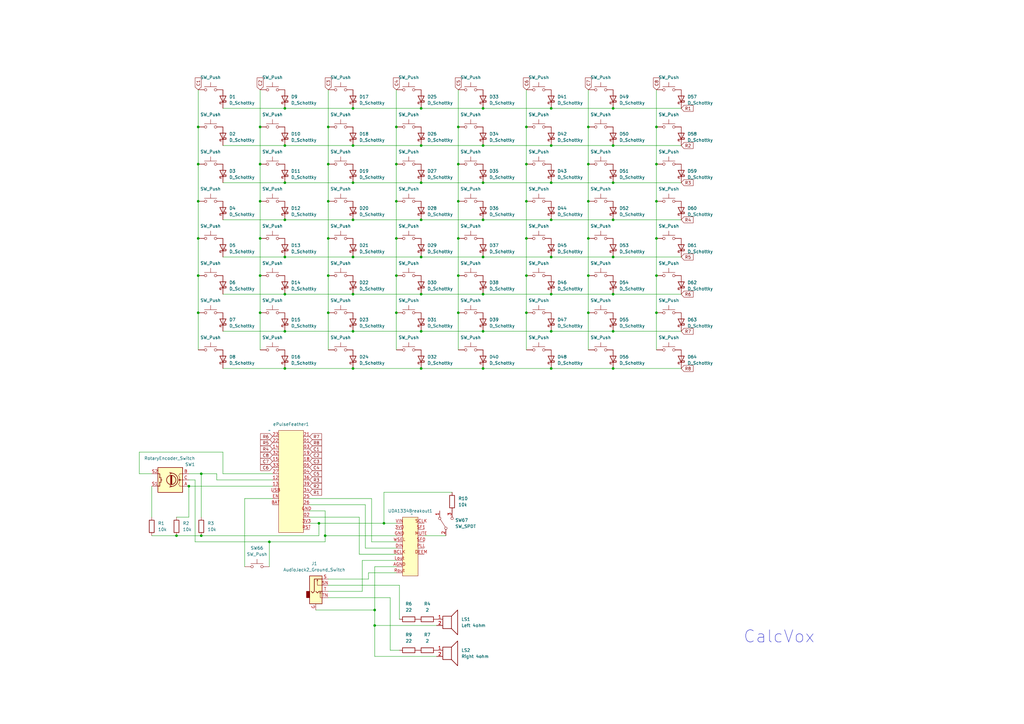
<source format=kicad_sch>
(kicad_sch (version 20230121) (generator eeschema)
  (paper "A3")
  (junction (at 130.81 214.63))
  (junction (at 106.68 82.55))
  (junction (at 162.56 128.27))
  (junction (at 81.28 113.03))
  (junction (at 162.56 97.79))
  (junction (at 116.84 74.93))
  (junction (at 116.84 151.13))
  (junction (at 116.84 90.17))
  (junction (at 215.9 52.07))
  (junction (at 81.28 67.31))
  (junction (at 226.06 151.13))
  (junction (at 215.9 113.03))
  (junction (at 226.06 44.45))
  (junction (at 187.96 67.31))
  (junction (at 144.78 74.93))
  (junction (at 134.62 113.03))
  (junction (at 172.72 120.65))
  (junction (at 251.46 151.13))
  (junction (at 215.9 128.27))
  (junction (at 198.12 44.45))
  (junction (at 226.06 105.41))
  (junction (at 198.12 74.93))
  (junction (at 134.62 82.55))
  (junction (at 241.3 97.79))
  (junction (at 172.72 90.17))
  (junction (at 226.06 59.69))
  (junction (at 81.28 82.55))
  (junction (at 172.72 44.45))
  (junction (at 251.46 105.41))
  (junction (at 110.49 222.25))
  (junction (at 241.3 52.07))
  (junction (at 226.06 135.89))
  (junction (at 106.68 97.79))
  (junction (at 162.56 67.31))
  (junction (at 215.9 97.79))
  (junction (at 198.12 59.69))
  (junction (at 162.56 52.07))
  (junction (at 162.56 82.55))
  (junction (at 153.67 250.19))
  (junction (at 81.28 128.27))
  (junction (at 172.72 74.93))
  (junction (at 144.78 59.69))
  (junction (at 81.28 52.07))
  (junction (at 116.84 105.41))
  (junction (at 198.12 120.65))
  (junction (at 251.46 44.45))
  (junction (at 269.24 128.27))
  (junction (at 172.72 105.41))
  (junction (at 77.47 199.39))
  (junction (at 116.84 44.45))
  (junction (at 144.78 105.41))
  (junction (at 116.84 59.69))
  (junction (at 241.3 128.27))
  (junction (at 172.72 59.69))
  (junction (at 157.48 214.63))
  (junction (at 172.72 135.89))
  (junction (at 144.78 135.89))
  (junction (at 82.55 219.71))
  (junction (at 251.46 90.17))
  (junction (at 153.67 256.54))
  (junction (at 116.84 120.65))
  (junction (at 134.62 52.07))
  (junction (at 198.12 105.41))
  (junction (at 144.78 44.45))
  (junction (at 72.39 219.71))
  (junction (at 269.24 52.07))
  (junction (at 187.96 97.79))
  (junction (at 226.06 90.17))
  (junction (at 172.72 151.13))
  (junction (at 144.78 90.17))
  (junction (at 251.46 74.93))
  (junction (at 162.56 113.03))
  (junction (at 269.24 113.03))
  (junction (at 251.46 135.89))
  (junction (at 198.12 90.17))
  (junction (at 144.78 151.13))
  (junction (at 134.62 128.27))
  (junction (at 106.68 67.31))
  (junction (at 187.96 128.27))
  (junction (at 144.78 120.65))
  (junction (at 226.06 120.65))
  (junction (at 251.46 59.69))
  (junction (at 187.96 52.07))
  (junction (at 198.12 151.13))
  (junction (at 106.68 128.27))
  (junction (at 269.24 67.31))
  (junction (at 116.84 135.89))
  (junction (at 187.96 113.03))
  (junction (at 82.55 194.31))
  (junction (at 251.46 120.65))
  (junction (at 106.68 52.07))
  (junction (at 81.28 97.79))
  (junction (at 241.3 113.03))
  (junction (at 215.9 67.31))
  (junction (at 241.3 82.55))
  (junction (at 215.9 82.55))
  (junction (at 198.12 135.89))
  (junction (at 134.62 97.79))
  (junction (at 269.24 82.55))
  (junction (at 133.35 219.71))
  (junction (at 269.24 97.79))
  (junction (at 226.06 74.93))
  (junction (at 187.96 82.55))
  (junction (at 134.62 67.31))
  (junction (at 241.3 67.31))
  (junction (at 106.68 113.03))
  (wire (pts (xy 241.3 97.79) (xy 241.3 113.03)))
  (wire (pts (xy 127 209.55) (xy 133.35 209.55)))
  (wire (pts (xy 116.84 59.69) (xy 144.78 59.69)))
  (wire (pts (xy 241.3 67.31) (xy 241.3 82.55)))
  (wire (pts (xy 127 212.09) (xy 147.32 212.09)))
  (wire (pts (xy 91.44 185.42) (xy 91.44 194.31)))
  (wire (pts (xy 134.62 113.03) (xy 134.62 128.27)))
  (wire (pts (xy 130.81 214.63) (xy 157.48 214.63)))
  (wire (pts (xy 172.72 44.45) (xy 198.12 44.45)))
  (wire (pts (xy 110.49 222.25) (xy 80.01 222.25)))
  (wire (pts (xy 127 207.01) (xy 149.86 207.01)))
  (wire (pts (xy 215.9 52.07) (xy 215.9 67.31)))
  (wire (pts (xy 134.62 82.55) (xy 134.62 97.79)))
  (wire (pts (xy 106.68 82.55) (xy 106.68 97.79)))
  (wire (pts (xy 215.9 113.03) (xy 215.9 128.27)))
  (wire (pts (xy 116.84 135.89) (xy 144.78 135.89)))
  (wire (pts (xy 133.35 219.71) (xy 133.35 222.25)))
  (wire (pts (xy 162.56 232.41) (xy 153.67 232.41)))
  (wire (pts (xy 251.46 44.45) (xy 279.4 44.45)))
  (wire (pts (xy 172.72 135.89) (xy 198.12 135.89)))
  (wire (pts (xy 215.9 36.83) (xy 215.9 52.07)))
  (wire (pts (xy 91.44 74.93) (xy 116.84 74.93)))
  (wire (pts (xy 198.12 74.93) (xy 226.06 74.93)))
  (wire (pts (xy 226.06 90.17) (xy 251.46 90.17)))
  (wire (pts (xy 106.68 52.07) (xy 106.68 67.31)))
  (wire (pts (xy 110.49 222.25) (xy 110.49 232.41)))
  (wire (pts (xy 187.96 67.31) (xy 187.96 82.55)))
  (wire (pts (xy 226.06 59.69) (xy 251.46 59.69)))
  (wire (pts (xy 81.28 113.03) (xy 81.28 128.27)))
  (wire (pts (xy 144.78 105.41) (xy 172.72 105.41)))
  (wire (pts (xy 88.9 196.85) (xy 111.76 196.85)))
  (wire (pts (xy 162.56 97.79) (xy 162.56 113.03)))
  (wire (pts (xy 179.07 256.54) (xy 153.67 256.54)))
  (wire (pts (xy 215.9 67.31) (xy 215.9 82.55)))
  (wire (pts (xy 215.9 97.79) (xy 215.9 113.03)))
  (wire (pts (xy 226.06 44.45) (xy 251.46 44.45)))
  (wire (pts (xy 130.81 214.63) (xy 130.81 219.71)))
  (wire (pts (xy 241.3 128.27) (xy 241.3 143.51)))
  (wire (pts (xy 134.62 128.27) (xy 134.62 143.51)))
  (wire (pts (xy 106.68 128.27) (xy 106.68 143.51)))
  (wire (pts (xy 226.06 74.93) (xy 251.46 74.93)))
  (wire (pts (xy 162.56 227.33) (xy 147.32 227.33)))
  (wire (pts (xy 162.56 82.55) (xy 162.56 97.79)))
  (wire (pts (xy 162.56 229.87) (xy 148.59 229.87)))
  (wire (pts (xy 241.3 52.07) (xy 241.3 67.31)))
  (wire (pts (xy 57.15 194.31) (xy 57.15 185.42)))
  (wire (pts (xy 269.24 128.27) (xy 269.24 143.51)))
  (wire (pts (xy 185.42 201.93) (xy 157.48 201.93)))
  (wire (pts (xy 251.46 105.41) (xy 279.4 105.41)))
  (wire (pts (xy 149.86 224.79) (xy 149.86 207.01)))
  (wire (pts (xy 269.24 67.31) (xy 269.24 82.55)))
  (wire (pts (xy 157.48 214.63) (xy 162.56 214.63)))
  (wire (pts (xy 198.12 120.65) (xy 226.06 120.65)))
  (wire (pts (xy 133.35 209.55) (xy 133.35 219.71)))
  (wire (pts (xy 77.47 199.39) (xy 111.76 199.39)))
  (wire (pts (xy 163.83 254) (xy 163.83 240.03)))
  (wire (pts (xy 91.44 135.89) (xy 116.84 135.89)))
  (wire (pts (xy 91.44 151.13) (xy 116.84 151.13)))
  (wire (pts (xy 269.24 97.79) (xy 269.24 113.03)))
  (wire (pts (xy 153.67 232.41) (xy 153.67 250.19)))
  (wire (pts (xy 162.56 224.79) (xy 149.86 224.79)))
  (wire (pts (xy 82.55 194.31) (xy 82.55 212.09)))
  (wire (pts (xy 269.24 113.03) (xy 269.24 128.27)))
  (wire (pts (xy 162.56 234.95) (xy 151.13 234.95)))
  (wire (pts (xy 157.48 201.93) (xy 157.48 214.63)))
  (wire (pts (xy 134.62 36.83) (xy 134.62 52.07)))
  (wire (pts (xy 81.28 52.07) (xy 81.28 67.31)))
  (wire (pts (xy 91.44 59.69) (xy 116.84 59.69)))
  (wire (pts (xy 134.62 52.07) (xy 134.62 67.31)))
  (wire (pts (xy 77.47 212.09) (xy 77.47 199.39)))
  (wire (pts (xy 148.59 229.87) (xy 148.59 242.57)))
  (wire (pts (xy 147.32 227.33) (xy 147.32 212.09)))
  (wire (pts (xy 162.56 52.07) (xy 162.56 67.31)))
  (wire (pts (xy 106.68 113.03) (xy 106.68 128.27)))
  (wire (pts (xy 241.3 36.83) (xy 241.3 52.07)))
  (wire (pts (xy 198.12 105.41) (xy 226.06 105.41)))
  (wire (pts (xy 162.56 67.31) (xy 162.56 82.55)))
  (wire (pts (xy 187.96 52.07) (xy 187.96 67.31)))
  (wire (pts (xy 172.72 90.17) (xy 198.12 90.17)))
  (wire (pts (xy 173.99 219.71) (xy 182.88 219.71)))
  (wire (pts (xy 127 214.63) (xy 130.81 214.63)))
  (wire (pts (xy 81.28 67.31) (xy 81.28 82.55)))
  (wire (pts (xy 153.67 269.24) (xy 153.67 256.54)))
  (wire (pts (xy 148.59 242.57) (xy 134.62 242.57)))
  (wire (pts (xy 187.96 36.83) (xy 187.96 52.07)))
  (wire (pts (xy 172.72 59.69) (xy 198.12 59.69)))
  (wire (pts (xy 62.23 194.31) (xy 57.15 194.31)))
  (wire (pts (xy 106.68 36.83) (xy 106.68 52.07)))
  (wire (pts (xy 152.4 204.47) (xy 127 204.47)))
  (wire (pts (xy 91.44 44.45) (xy 116.84 44.45)))
  (wire (pts (xy 106.68 67.31) (xy 106.68 82.55)))
  (wire (pts (xy 251.46 90.17) (xy 279.4 90.17)))
  (wire (pts (xy 198.12 90.17) (xy 226.06 90.17)))
  (wire (pts (xy 163.83 266.7) (xy 160.02 266.7)))
  (wire (pts (xy 106.68 97.79) (xy 106.68 113.03)))
  (wire (pts (xy 111.76 204.47) (xy 100.33 204.47)))
  (wire (pts (xy 57.15 185.42) (xy 91.44 185.42)))
  (wire (pts (xy 160.02 266.7) (xy 160.02 245.11)))
  (wire (pts (xy 116.84 74.93) (xy 144.78 74.93)))
  (wire (pts (xy 133.35 219.71) (xy 162.56 219.71)))
  (wire (pts (xy 226.06 105.41) (xy 251.46 105.41)))
  (wire (pts (xy 251.46 59.69) (xy 279.4 59.69)))
  (wire (pts (xy 172.72 105.41) (xy 198.12 105.41)))
  (wire (pts (xy 226.06 151.13) (xy 251.46 151.13)))
  (wire (pts (xy 269.24 82.55) (xy 269.24 97.79)))
  (wire (pts (xy 198.12 151.13) (xy 226.06 151.13)))
  (wire (pts (xy 144.78 120.65) (xy 172.72 120.65)))
  (wire (pts (xy 226.06 135.89) (xy 251.46 135.89)))
  (wire (pts (xy 226.06 120.65) (xy 251.46 120.65)))
  (wire (pts (xy 144.78 59.69) (xy 172.72 59.69)))
  (wire (pts (xy 160.02 245.11) (xy 134.62 245.11)))
  (wire (pts (xy 91.44 105.41) (xy 116.84 105.41)))
  (wire (pts (xy 172.72 120.65) (xy 198.12 120.65)))
  (wire (pts (xy 91.44 194.31) (xy 111.76 194.31)))
  (wire (pts (xy 198.12 135.89) (xy 226.06 135.89)))
  (wire (pts (xy 100.33 204.47) (xy 100.33 232.41)))
  (wire (pts (xy 153.67 250.19) (xy 129.54 250.19)))
  (wire (pts (xy 134.62 97.79) (xy 134.62 113.03)))
  (wire (pts (xy 88.9 194.31) (xy 88.9 196.85)))
  (wire (pts (xy 116.84 105.41) (xy 144.78 105.41)))
  (wire (pts (xy 251.46 74.93) (xy 279.4 74.93)))
  (wire (pts (xy 72.39 212.09) (xy 77.47 212.09)))
  (wire (pts (xy 163.83 240.03) (xy 134.62 240.03)))
  (wire (pts (xy 251.46 120.65) (xy 279.4 120.65)))
  (wire (pts (xy 81.28 82.55) (xy 81.28 97.79)))
  (wire (pts (xy 116.84 90.17) (xy 144.78 90.17)))
  (wire (pts (xy 72.39 219.71) (xy 82.55 219.71)))
  (wire (pts (xy 116.84 44.45) (xy 144.78 44.45)))
  (wire (pts (xy 241.3 82.55) (xy 241.3 97.79)))
  (wire (pts (xy 151.13 237.49) (xy 134.62 237.49)))
  (wire (pts (xy 151.13 234.95) (xy 151.13 237.49)))
  (wire (pts (xy 251.46 151.13) (xy 279.4 151.13)))
  (wire (pts (xy 187.96 97.79) (xy 187.96 113.03)))
  (wire (pts (xy 179.07 269.24) (xy 153.67 269.24)))
  (wire (pts (xy 116.84 151.13) (xy 144.78 151.13)))
  (wire (pts (xy 162.56 113.03) (xy 162.56 128.27)))
  (wire (pts (xy 82.55 194.31) (xy 88.9 194.31)))
  (wire (pts (xy 81.28 36.83) (xy 81.28 52.07)))
  (wire (pts (xy 153.67 250.19) (xy 153.67 256.54)))
  (wire (pts (xy 198.12 44.45) (xy 226.06 44.45)))
  (wire (pts (xy 187.96 113.03) (xy 187.96 128.27)))
  (wire (pts (xy 172.72 151.13) (xy 198.12 151.13)))
  (wire (pts (xy 134.62 67.31) (xy 134.62 82.55)))
  (wire (pts (xy 162.56 222.25) (xy 152.4 222.25)))
  (wire (pts (xy 215.9 128.27) (xy 215.9 143.51)))
  (wire (pts (xy 198.12 59.69) (xy 226.06 59.69)))
  (wire (pts (xy 80.01 196.85) (xy 77.47 196.85)))
  (wire (pts (xy 91.44 120.65) (xy 116.84 120.65)))
  (wire (pts (xy 144.78 74.93) (xy 172.72 74.93)))
  (wire (pts (xy 62.23 219.71) (xy 72.39 219.71)))
  (wire (pts (xy 241.3 113.03) (xy 241.3 128.27)))
  (wire (pts (xy 187.96 128.27) (xy 187.96 143.51)))
  (wire (pts (xy 144.78 44.45) (xy 172.72 44.45)))
  (wire (pts (xy 91.44 90.17) (xy 116.84 90.17)))
  (wire (pts (xy 77.47 194.31) (xy 82.55 194.31)))
  (wire (pts (xy 269.24 36.83) (xy 269.24 52.07)))
  (wire (pts (xy 133.35 222.25) (xy 110.49 222.25)))
  (wire (pts (xy 187.96 82.55) (xy 187.96 97.79)))
  (wire (pts (xy 144.78 151.13) (xy 172.72 151.13)))
  (wire (pts (xy 251.46 135.89) (xy 279.4 135.89)))
  (wire (pts (xy 144.78 135.89) (xy 172.72 135.89)))
  (wire (pts (xy 269.24 52.07) (xy 269.24 67.31)))
  (wire (pts (xy 144.78 90.17) (xy 172.72 90.17)))
  (wire (pts (xy 80.01 222.25) (xy 80.01 196.85)))
  (wire (pts (xy 162.56 128.27) (xy 162.56 143.51)))
  (wire (pts (xy 162.56 36.83) (xy 162.56 52.07)))
  (wire (pts (xy 130.81 219.71) (xy 82.55 219.71)))
  (wire (pts (xy 172.72 74.93) (xy 198.12 74.93)))
  (wire (pts (xy 116.84 120.65) (xy 144.78 120.65)))
  (wire (pts (xy 152.4 222.25) (xy 152.4 204.47)))
  (wire (pts (xy 81.28 128.27) (xy 81.28 143.51)))
  (wire (pts (xy 215.9 82.55) (xy 215.9 97.79)))
  (wire (pts (xy 81.28 97.79) (xy 81.28 113.03)))
  (wire (pts (xy 62.23 199.39) (xy 62.23 212.09)))
  (text "CalcVox" (at 304.8 264.16 0) (effects (font (size 5 5)) (justify left bottom)))
  (global_label "C8" (shape input) (at 269.24 36.83 90) (property "Intersheetrefs" "${INTERSHEET_REFS}" (effects hide)))
  (global_label "R4" (shape input) (at 111.76 184.15 180) (property "Intersheetrefs" "${INTERSHEET_REFS}" (effects hide)))
  (global_label "R2" (shape input) (at 127 199.39 0) (property "Intersheetrefs" "${INTERSHEET_REFS}" (effects hide)))
  (global_label "C2" (shape input) (at 127 186.69 0) (property "Intersheetrefs" "${INTERSHEET_REFS}" (effects hide)))
  (global_label "R7" (shape input) (at 127 179.07 0) (property "Intersheetrefs" "${INTERSHEET_REFS}" (effects hide)))
  (global_label "C7" (shape input) (at 241.3 36.83 90) (property "Intersheetrefs" "${INTERSHEET_REFS}" (effects hide)))
  (global_label "R7" (shape input) (at 279.4 135.89 0) (property "Intersheetrefs" "${INTERSHEET_REFS}" (effects hide)))
  (global_label "R5" (shape input) (at 111.76 181.61 180) (property "Intersheetrefs" "${INTERSHEET_REFS}" (effects hide)))
  (global_label "R3" (shape input) (at 279.4 74.93 0) (property "Intersheetrefs" "${INTERSHEET_REFS}" (effects hide)))
  (global_label "R1" (shape input) (at 279.4 44.45 0) (property "Intersheetrefs" "${INTERSHEET_REFS}" (effects hide)))
  (global_label "C3" (shape input) (at 134.62 36.83 90) (property "Intersheetrefs" "${INTERSHEET_REFS}" (effects hide)))
  (global_label "C4" (shape input) (at 162.56 36.83 90) (property "Intersheetrefs" "${INTERSHEET_REFS}" (effects hide)))
  (global_label "C5" (shape input) (at 127 194.31 0) (property "Intersheetrefs" "${INTERSHEET_REFS}" (effects hide)))
  (global_label "C6" (shape input) (at 111.76 191.77 180) (property "Intersheetrefs" "${INTERSHEET_REFS}" (effects hide)))
  (global_label "C8" (shape input) (at 111.76 186.69 180) (property "Intersheetrefs" "${INTERSHEET_REFS}" (effects hide)))
  (global_label "C6" (shape input) (at 215.9 36.83 90) (property "Intersheetrefs" "${INTERSHEET_REFS}" (effects hide)))
  (global_label "R1" (shape input) (at 127 201.93 0) (property "Intersheetrefs" "${INTERSHEET_REFS}" (effects hide)))
  (global_label "C5" (shape input) (at 187.96 36.83 90) (property "Intersheetrefs" "${INTERSHEET_REFS}" (effects hide)))
  (global_label "R2" (shape input) (at 279.4 59.69 0) (property "Intersheetrefs" "${INTERSHEET_REFS}" (effects hide)))
  (global_label "C2" (shape input) (at 106.68 36.83 90) (property "Intersheetrefs" "${INTERSHEET_REFS}" (effects hide)))
  (global_label "C4" (shape input) (at 127 191.77 0) (property "Intersheetrefs" "${INTERSHEET_REFS}" (effects hide)))
  (global_label "R4" (shape input) (at 279.4 90.17 0) (property "Intersheetrefs" "${INTERSHEET_REFS}" (effects hide)))
  (global_label "R6" (shape input) (at 111.76 179.07 180) (property "Intersheetrefs" "${INTERSHEET_REFS}" (effects hide)))
  (global_label "R3" (shape input) (at 127 196.85 0) (property "Intersheetrefs" "${INTERSHEET_REFS}" (effects hide)))
  (global_label "C1" (shape input) (at 81.28 36.83 90) (property "Intersheetrefs" "${INTERSHEET_REFS}" (effects hide)))
  (global_label "R8" (shape input) (at 279.4 151.13 0) (property "Intersheetrefs" "${INTERSHEET_REFS}" (effects hide)))
  (global_label "C7" (shape input) (at 111.76 189.23 180) (property "Intersheetrefs" "${INTERSHEET_REFS}" (effects hide)))
  (global_label "R6" (shape input) (at 279.4 120.65 0) (property "Intersheetrefs" "${INTERSHEET_REFS}" (effects hide)))
  (global_label "C3" (shape input) (at 127 189.23 0) (property "Intersheetrefs" "${INTERSHEET_REFS}" (effects hide)))
  (global_label "R8" (shape input) (at 127 181.61 0) (property "Intersheetrefs" "${INTERSHEET_REFS}" (effects hide)))
  (global_label "C1" (shape input) (at 127 184.15 0) (property "Intersheetrefs" "${INTERSHEET_REFS}" (effects hide)))
  (global_label "R5" (shape input) (at 279.4 105.41 0) (property "Intersheetrefs" "${INTERSHEET_REFS}" (effects hide)))
  (symbol (lib_id "Switch:SW_Push") (at 167.64 52.07 0) (unit 1)
    (property "Reference" "SW27" (effects hide))
    (property "Value" "SW_Push" (at 167.64 46.99 0))
    (property "Footprint" "Button_Switch_THT:SW_PUSH_6mm_H8.5mm" (effects hide))
  )
  (symbol (lib_id "Device:D_Schottky") (at 172.72 86.36 90) (unit 1)
    (property "Reference" "D28" (at 175.26 85.4075 90) (effects (justify right)))
    (property "Value" "D_Schottky" (at 175.26 87.9475 90) (effects (justify right)))
    (property "Footprint" "Diode_THT:D_A-405_P12.70mm_Horizontal" (effects hide))
  )
  (symbol (lib_id "Switch:SW_Push") (at 105.41 232.41 0) (unit 1)
    (property "Reference" "SW66" (at 105.41 224.79 0))
    (property "Value" "SW_Push" (at 105.41 227.33 0))
    (property "Footprint" "Button_Switch_THT:SW_PUSH_6mm_H8.5mm" (effects hide))
  )
  (symbol (lib_id "Device:D_Schottky") (at 172.72 132.08 90) (unit 1)
    (property "Reference" "D31" (at 175.26 131.1275 90) (effects (justify right)))
    (property "Value" "D_Schottky" (at 175.26 133.6675 90) (effects (justify right)))
    (property "Footprint" "Diode_THT:D_A-405_P12.70mm_Horizontal" (effects hide))
  )
  (symbol (lib_id "Device:R") (at 62.23 215.9 0) (unit 1)
    (property "Reference" "R1" (at 64.77 214.63 0) (effects (justify left)))
    (property "Value" "10k" (at 64.77 217.17 0) (effects (justify left)))
    (property "Footprint" "Resistor_THT:R_Axial_DIN0207_L6.3mm_D2.5mm_P7.62mm_Horizontal" (effects hide))
  )
  (symbol (lib_id "Device:D_Schottky") (at 116.84 101.6 90) (unit 1)
    (property "Reference" "D13" (at 119.38 100.6475 90) (effects (justify right)))
    (property "Value" "D_Schottky" (at 119.38 103.1875 90) (effects (justify right)))
    (property "Footprint" "Diode_THT:D_A-405_P12.70mm_Horizontal" (effects hide))
  )
  (symbol (lib_id "Device:D_Schottky") (at 226.06 147.32 90) (unit 1)
    (property "Reference" "D48" (at 228.6 146.3675 90) (effects (justify right)))
    (property "Value" "D_Schottky" (at 228.6 148.9075 90) (effects (justify right)))
    (property "Footprint" "Diode_THT:D_A-405_P12.70mm_Horizontal" (effects hide))
  )
  (symbol (lib_id "Device:D_Schottky") (at 91.44 55.88 90) (unit 1)
    (property "Reference" "D2" (at 93.98 54.9275 90) (effects (justify right)))
    (property "Value" "D_Schottky" (at 93.98 57.4675 90) (effects (justify right)))
    (property "Footprint" "Diode_THT:D_A-405_P12.70mm_Horizontal" (effects hide))
  )
  (symbol (lib_id "Device:D_Schottky") (at 226.06 40.64 90) (unit 1)
    (property "Reference" "D41" (at 228.6 39.6875 90) (effects (justify right)))
    (property "Value" "D_Schottky" (at 228.6 42.2275 90) (effects (justify right)))
    (property "Footprint" "Diode_THT:D_A-405_P12.70mm_Horizontal" (effects hide))
  )
  (symbol (lib_id "Device:D_Schottky") (at 198.12 147.32 90) (unit 1)
    (property "Reference" "D40" (at 200.66 146.3675 90) (effects (justify right)))
    (property "Value" "D_Schottky" (at 200.66 148.9075 90) (effects (justify right)))
    (property "Footprint" "Diode_THT:D_A-405_P12.70mm_Horizontal" (effects hide))
  )
  (symbol (lib_id "Switch:SW_Push") (at 86.36 36.83 0) (unit 1)
    (property "Reference" "SW2" (effects hide))
    (property "Value" "SW_Push" (at 86.36 31.75 0))
    (property "Footprint" "Button_Switch_THT:SW_PUSH_6mm_H8.5mm" (effects hide))
  )
  (symbol (lib_id "Device:D_Schottky") (at 251.46 86.36 90) (unit 1)
    (property "Reference" "D52" (at 254 85.4075 90) (effects (justify right)))
    (property "Value" "D_Schottky" (at 254 87.9475 90) (effects (justify right)))
    (property "Footprint" "Diode_THT:D_A-405_P12.70mm_Horizontal" (effects hide))
  )
  (symbol (lib_id "Device:D_Schottky") (at 279.4 55.88 90) (unit 1)
    (property "Reference" "D58" (at 281.94 54.9275 90) (effects (justify right)))
    (property "Value" "D_Schottky" (at 281.94 57.4675 90) (effects (justify right)))
    (property "Footprint" "Diode_THT:D_A-405_P12.70mm_Horizontal" (effects hide))
  )
  (symbol (lib_id "Device:Speaker") (at 184.15 266.7 0) (unit 1)
    (property "Reference" "LS2" (at 189.23 266.7 0) (effects (justify left)))
    (property "Value" "Right 4ohm" (at 189.23 269.24 0) (effects (justify left)))
    (property "Footprint" "epulsefeather:speaker mount" (effects hide))
  )
  (symbol (lib_id "Device:D_Schottky") (at 91.44 101.6 90) (unit 1)
    (property "Reference" "D5" (at 93.98 100.6475 90) (effects (justify right)))
    (property "Value" "D_Schottky" (at 93.98 103.1875 90) (effects (justify right)))
    (property "Footprint" "Diode_THT:D_A-405_P12.70mm_Horizontal" (effects hide))
  )
  (symbol (lib_id "Switch:SW_Push") (at 167.64 128.27 0) (unit 1)
    (property "Reference" "SW32" (effects hide))
    (property "Value" "SW_Push" (at 167.64 123.19 0))
    (property "Footprint" "Button_Switch_THT:SW_PUSH_6mm_H8.5mm" (effects hide))
  )
  (symbol (lib_id "Device:Speaker") (at 184.15 254 0) (unit 1)
    (property "Reference" "LS1" (at 189.23 254 0) (effects (justify left)))
    (property "Value" "Left 4ohm" (at 189.23 256.54 0) (effects (justify left)))
    (property "Footprint" "epulsefeather:speaker mount" (effects hide))
  )
  (symbol (lib_id "Switch:SW_Push") (at 274.32 97.79 0) (unit 1)
    (property "Reference" "SW62" (effects hide))
    (property "Value" "SW_Push" (at 274.32 92.71 0))
    (property "Footprint" "Button_Switch_THT:SW_PUSH_6mm_H8.5mm" (effects hide))
  )
  (symbol (lib_id "Switch:SW_Push") (at 86.36 128.27 0) (unit 1)
    (property "Reference" "SW8" (effects hide))
    (property "Value" "SW_Push" (at 86.36 123.19 0))
    (property "Footprint" "Button_Switch_THT:SW_PUSH_6mm_H8.5mm" (effects hide))
  )
  (symbol (lib_id "Device:D_Schottky") (at 116.84 132.08 90) (unit 1)
    (property "Reference" "D15" (at 119.38 131.1275 90) (effects (justify right)))
    (property "Value" "D_Schottky" (at 119.38 133.6675 90) (effects (justify right)))
    (property "Footprint" "Diode_THT:D_A-405_P12.70mm_Horizontal" (effects hide))
  )
  (symbol (lib_id "Switch:SW_Push") (at 111.76 128.27 0) (unit 1)
    (property "Reference" "SW16" (effects hide))
    (property "Value" "SW_Push" (at 111.76 123.19 0))
    (property "Footprint" "Button_Switch_THT:SW_PUSH_6mm_H8.5mm" (effects hide))
  )
  (symbol (lib_id "Device:D_Schottky") (at 116.84 71.12 90) (unit 1)
    (property "Reference" "D11" (at 119.38 70.1675 90) (effects (justify right)))
    (property "Value" "D_Schottky" (at 119.38 72.7075 90) (effects (justify right)))
    (property "Footprint" "Diode_THT:D_A-405_P12.70mm_Horizontal" (effects hide))
  )
  (symbol (lib_id "Device:D_Schottky") (at 172.72 116.84 90) (unit 1)
    (property "Reference" "D30" (at 175.26 115.8875 90) (effects (justify right)))
    (property "Value" "D_Schottky" (at 175.26 118.4275 90) (effects (justify right)))
    (property "Footprint" "Diode_THT:D_A-405_P12.70mm_Horizontal" (effects hide))
  )
  (symbol (lib_id "Device:D_Schottky") (at 279.4 86.36 90) (unit 1)
    (property "Reference" "D60" (at 281.94 85.4075 90) (effects (justify right)))
    (property "Value" "D_Schottky" (at 281.94 87.9475 90) (effects (justify right)))
    (property "Footprint" "Diode_THT:D_A-405_P12.70mm_Horizontal" (effects hide))
  )
  (symbol (lib_id "Device:D_Schottky") (at 144.78 86.36 90) (unit 1)
    (property "Reference" "D20" (at 147.32 85.4075 90) (effects (justify right)))
    (property "Value" "D_Schottky" (at 147.32 87.9475 90) (effects (justify right)))
    (property "Footprint" "Diode_THT:D_A-405_P12.70mm_Horizontal" (effects hide))
  )
  (symbol (lib_id "Device:D_Schottky") (at 279.4 132.08 90) (unit 1)
    (property "Reference" "D63" (at 281.94 131.1275 90) (effects (justify right)))
    (property "Value" "D_Schottky" (at 281.94 133.6675 90) (effects (justify right)))
    (property "Footprint" "Diode_THT:D_A-405_P12.70mm_Horizontal" (effects hide))
  )
  (symbol (lib_id "Switch:SW_Push") (at 167.64 97.79 0) (unit 1)
    (property "Reference" "SW30" (effects hide))
    (property "Value" "SW_Push" (at 167.64 92.71 0))
    (property "Footprint" "Button_Switch_THT:SW_PUSH_6mm_H8.5mm" (effects hide))
  )
  (symbol (lib_id "Switch:SW_Push") (at 111.76 67.31 0) (unit 1)
    (property "Reference" "SW12" (effects hide))
    (property "Value" "SW_Push" (at 111.76 62.23 0))
    (property "Footprint" "Button_Switch_THT:SW_PUSH_6mm_H8.5mm" (effects hide))
  )
  (symbol (lib_id "Device:D_Schottky") (at 251.46 147.32 90) (unit 1)
    (property "Reference" "D56" (at 254 146.3675 90) (effects (justify right)))
    (property "Value" "D_Schottky" (at 254 148.9075 90) (effects (justify right)))
    (property "Footprint" "Diode_THT:D_A-405_P12.70mm_Horizontal" (effects hide))
  )
  (symbol (lib_id "Device:D_Schottky") (at 279.4 116.84 90) (unit 1)
    (property "Reference" "D62" (at 281.94 115.8875 90) (effects (justify right)))
    (property "Value" "D_Schottky" (at 281.94 118.4275 90) (effects (justify right)))
    (property "Footprint" "Diode_THT:D_A-405_P12.70mm_Horizontal" (effects hide))
  )
  (symbol (lib_id "Switch:SW_Push") (at 274.32 128.27 0) (unit 1)
    (property "Reference" "SW64" (effects hide))
    (property "Value" "SW_Push" (at 274.32 123.19 0))
    (property "Footprint" "Button_Switch_THT:SW_PUSH_6mm_H8.5mm" (effects hide))
  )
  (symbol (lib_id "Switch:SW_Push") (at 193.04 82.55 0) (unit 1)
    (property "Reference" "SW37" (effects hide))
    (property "Value" "SW_Push" (at 193.04 77.47 0))
    (property "Footprint" "Button_Switch_THT:SW_PUSH_6mm_H8.5mm" (effects hide))
  )
  (symbol (lib_id "Switch:SW_Push") (at 167.64 82.55 0) (unit 1)
    (property "Reference" "SW29" (effects hide))
    (property "Value" "SW_Push" (at 167.64 77.47 0))
    (property "Footprint" "Button_Switch_THT:SW_PUSH_6mm_H8.5mm" (effects hide))
  )
  (symbol (lib_id "Switch:SW_Push") (at 274.32 52.07 0) (unit 1)
    (property "Reference" "SW59" (effects hide))
    (property "Value" "SW_Push" (at 274.32 46.99 0))
    (property "Footprint" "Button_Switch_THT:SW_PUSH_6mm_H8.5mm" (effects hide))
  )
  (symbol (lib_id "Switch:SW_Push") (at 139.7 143.51 0) (unit 1)
    (property "Reference" "SW25" (effects hide))
    (property "Value" "SW_Push" (at 139.7 138.43 0))
    (property "Footprint" "Button_Switch_THT:SW_PUSH_6mm_H8.5mm" (effects hide))
  )
  (symbol (lib_id "Device:D_Schottky") (at 251.46 132.08 90) (unit 1)
    (property "Reference" "D55" (at 254 131.1275 90) (effects (justify right)))
    (property "Value" "D_Schottky" (at 254 133.6675 90) (effects (justify right)))
    (property "Footprint" "Diode_THT:D_A-405_P12.70mm_Horizontal" (effects hide))
  )
  (symbol (lib_id "Switch:SW_Push") (at 246.38 97.79 0) (unit 1)
    (property "Reference" "SW54" (effects hide))
    (property "Value" "SW_Push" (at 246.38 92.71 0))
    (property "Footprint" "Button_Switch_THT:SW_PUSH_6mm_H8.5mm" (effects hide))
  )
  (symbol (lib_id "Device:D_Schottky") (at 116.84 40.64 90) (unit 1)
    (property "Reference" "D9" (at 119.38 39.6875 90) (effects (justify right)))
    (property "Value" "D_Schottky" (at 119.38 42.2275 90) (effects (justify right)))
    (property "Footprint" "Diode_THT:D_A-405_P12.70mm_Horizontal" (effects hide))
  )
  (symbol (lib_id "Switch:SW_Push") (at 274.32 143.51 0) (unit 1)
    (property "Reference" "SW65" (effects hide))
    (property "Value" "SW_Push" (at 274.32 138.43 0))
    (property "Footprint" "Button_Switch_THT:SW_PUSH_6mm_H8.5mm" (effects hide))
  )
  (symbol (lib_id "Device:D_Schottky") (at 116.84 55.88 90) (unit 1)
    (property "Reference" "D10" (at 119.38 54.9275 90) (effects (justify right)))
    (property "Value" "D_Schottky" (at 119.38 57.4675 90) (effects (justify right)))
    (property "Footprint" "Diode_THT:D_A-405_P12.70mm_Horizontal" (effects hide))
  )
  (symbol (lib_id "Switch:SW_Push") (at 246.38 128.27 0) (unit 1)
    (property "Reference" "SW56" (effects hide))
    (property "Value" "SW_Push" (at 246.38 123.19 0))
    (property "Footprint" "Button_Switch_THT:SW_PUSH_6mm_H8.5mm" (effects hide))
  )
  (symbol (lib_id "Switch:SW_Push") (at 86.36 52.07 0) (unit 1)
    (property "Reference" "SW3" (effects hide))
    (property "Value" "SW_Push" (at 86.36 46.99 0))
    (property "Footprint" "Button_Switch_THT:SW_PUSH_6mm_H8.5mm" (effects hide))
  )
  (symbol (lib_id "Switch:SW_Push") (at 193.04 52.07 0) (unit 1)
    (property "Reference" "SW35" (effects hide))
    (property "Value" "SW_Push" (at 193.04 46.99 0))
    (property "Footprint" "Button_Switch_THT:SW_PUSH_6mm_H8.5mm" (effects hide))
  )
  (symbol (lib_id "Device:R") (at 72.39 215.9 0) (unit 1)
    (property "Reference" "R2" (at 74.93 214.63 0) (effects (justify left)))
    (property "Value" "10k" (at 74.93 217.17 0) (effects (justify left)))
    (property "Footprint" "Resistor_THT:R_Axial_DIN0207_L6.3mm_D2.5mm_P7.62mm_Horizontal" (effects hide))
  )
  (symbol (lib_id "Device:D_Schottky") (at 91.44 132.08 90) (unit 1)
    (property "Reference" "D7" (at 93.98 131.1275 90) (effects (justify right)))
    (property "Value" "D_Schottky" (at 93.98 133.6675 90) (effects (justify right)))
    (property "Footprint" "Diode_THT:D_A-405_P12.70mm_Horizontal" (effects hide))
  )
  (symbol (lib_id "Device:D_Schottky") (at 251.46 40.64 90) (unit 1)
    (property "Reference" "D49" (at 254 39.6875 90) (effects (justify right)))
    (property "Value" "D_Schottky" (at 254 42.2275 90) (effects (justify right)))
    (property "Footprint" "Diode_THT:D_A-405_P12.70mm_Horizontal" (effects hide))
  )
  (symbol (lib_id "Device:D_Schottky") (at 226.06 86.36 90) (unit 1)
    (property "Reference" "D44" (at 228.6 85.4075 90) (effects (justify right)))
    (property "Value" "D_Schottky" (at 228.6 87.9475 90) (effects (justify right)))
    (property "Footprint" "Diode_THT:D_A-405_P12.70mm_Horizontal" (effects hide))
  )
  (symbol (lib_id "Switch:SW_Push") (at 86.36 97.79 0) (unit 1)
    (property "Reference" "SW6" (effects hide))
    (property "Value" "SW_Push" (at 86.36 92.71 0))
    (property "Footprint" "Button_Switch_THT:SW_PUSH_6mm_H8.5mm" (effects hide))
  )
  (symbol (lib_id "Switch:SW_Push") (at 86.36 67.31 0) (unit 1)
    (property "Reference" "SW4" (effects hide))
    (property "Value" "SW_Push" (at 86.36 62.23 0))
    (property "Footprint" "Button_Switch_THT:SW_PUSH_6mm_H8.5mm" (effects hide))
  )
  (symbol (lib_id "Switch:SW_Push") (at 167.64 36.83 0) (unit 1)
    (property "Reference" "SW26" (effects hide))
    (property "Value" "SW_Push" (at 167.64 31.75 0))
    (property "Footprint" "Button_Switch_THT:SW_PUSH_6mm_H8.5mm" (effects hide))
  )
  (symbol (lib_id "Switch:SW_Push") (at 193.04 128.27 0) (unit 1)
    (property "Reference" "SW40" (effects hide))
    (property "Value" "SW_Push" (at 193.04 123.19 0))
    (property "Footprint" "Button_Switch_THT:SW_PUSH_6mm_H8.5mm" (effects hide))
  )
  (symbol (lib_id "Switch:SW_Push") (at 111.76 143.51 0) (unit 1)
    (property "Reference" "SW17" (effects hide))
    (property "Value" "SW_Push" (at 111.76 138.43 0))
    (property "Footprint" "Button_Switch_THT:SW_PUSH_6mm_H8.5mm" (effects hide))
  )
  (symbol (lib_id "Device:D_Schottky") (at 226.06 101.6 90) (unit 1)
    (property "Reference" "D45" (at 228.6 100.6475 90) (effects (justify right)))
    (property "Value" "D_Schottky" (at 228.6 103.1875 90) (effects (justify right)))
    (property "Footprint" "Diode_THT:D_A-405_P12.70mm_Horizontal" (effects hide))
  )
  (symbol (lib_id "Device:D_Schottky") (at 144.78 132.08 90) (unit 1)
    (property "Reference" "D23" (at 147.32 131.1275 90) (effects (justify right)))
    (property "Value" "D_Schottky" (at 147.32 133.6675 90) (effects (justify right)))
    (property "Footprint" "Diode_THT:D_A-405_P12.70mm_Horizontal" (effects hide))
  )
  (symbol (lib_id "Device:D_Schottky") (at 144.78 147.32 90) (unit 1)
    (property "Reference" "D24" (at 147.32 146.3675 90) (effects (justify right)))
    (property "Value" "D_Schottky" (at 147.32 148.9075 90) (effects (justify right)))
    (property "Footprint" "Diode_THT:D_A-405_P12.70mm_Horizontal" (effects hide))
  )
  (symbol (lib_id "Switch:SW_Push") (at 167.64 143.51 0) (unit 1)
    (property "Reference" "SW33" (effects hide))
    (property "Value" "SW_Push" (at 167.64 138.43 0))
    (property "Footprint" "Button_Switch_THT:SW_PUSH_6mm_H8.5mm" (effects hide))
  )
  (symbol (lib_id "Switch:SW_Push") (at 139.7 82.55 0) (unit 1)
    (property "Reference" "SW21" (effects hide))
    (property "Value" "SW_Push" (at 139.7 77.47 0))
    (property "Footprint" "Button_Switch_THT:SW_PUSH_6mm_H8.5mm" (effects hide))
  )
  (symbol (lib_id "Device:D_Schottky") (at 144.78 71.12 90) (unit 1)
    (property "Reference" "D19" (at 147.32 70.1675 90) (effects (justify right)))
    (property "Value" "D_Schottky" (at 147.32 72.7075 90) (effects (justify right)))
    (property "Footprint" "Diode_THT:D_A-405_P12.70mm_Horizontal" (effects hide))
  )
  (symbol (lib_id "Device:D_Schottky") (at 144.78 55.88 90) (unit 1)
    (property "Reference" "D18" (at 147.32 54.9275 90) (effects (justify right)))
    (property "Value" "D_Schottky" (at 147.32 57.4675 90) (effects (justify right)))
    (property "Footprint" "Diode_THT:D_A-405_P12.70mm_Horizontal" (effects hide))
  )
  (symbol (lib_id "Device:D_Schottky") (at 279.4 147.32 90) (unit 1)
    (property "Reference" "D64" (at 281.94 146.3675 90) (effects (justify right)))
    (property "Value" "D_Schottky" (at 281.94 148.9075 90) (effects (justify right)))
    (property "Footprint" "Diode_THT:D_A-405_P12.70mm_Horizontal" (effects hide))
  )
  (symbol (lib_id "ePulse Feather:UDA1334_Breakout") (at 168.91 210.82 0) (unit 1)
    (property "Reference" "UDA1334Breakout1" (at 168.275 209.55 0))
    (property "Value" "~" (at 168.91 210.82 0))
    (property "Footprint" "epulsefeather:UDA1334 Breakout" (effects hide))
  )
  (symbol (lib_id "Switch:SW_Push") (at 139.7 52.07 0) (unit 1)
    (property "Reference" "SW19" (effects hide))
    (property "Value" "SW_Push" (at 139.7 46.99 0))
    (property "Footprint" "Button_Switch_THT:SW_PUSH_6mm_H8.5mm" (effects hide))
  )
  (symbol (lib_id "Device:D_Schottky") (at 251.46 71.12 90) (unit 1)
    (property "Reference" "D51" (at 254 70.1675 90) (effects (justify right)))
    (property "Value" "D_Schottky" (at 254 72.7075 90) (effects (justify right)))
    (property "Footprint" "Diode_THT:D_A-405_P12.70mm_Horizontal" (effects hide))
  )
  (symbol (lib_id "Switch:SW_Push") (at 167.64 113.03 0) (unit 1)
    (property "Reference" "SW31" (effects hide))
    (property "Value" "SW_Push" (at 167.64 107.95 0))
    (property "Footprint" "Button_Switch_THT:SW_PUSH_6mm_H8.5mm" (effects hide))
  )
  (symbol (lib_id "Switch:SW_Push") (at 220.98 97.79 0) (unit 1)
    (property "Reference" "SW46" (effects hide))
    (property "Value" "SW_Push" (at 220.98 92.71 0))
    (property "Footprint" "Button_Switch_THT:SW_PUSH_6mm_H8.5mm" (effects hide))
  )
  (symbol (lib_id "Switch:SW_Push") (at 111.76 97.79 0) (unit 1)
    (property "Reference" "SW14" (effects hide))
    (property "Value" "SW_Push" (at 111.76 92.71 0))
    (property "Footprint" "Button_Switch_THT:SW_PUSH_6mm_H8.5mm" (effects hide))
  )
  (symbol (lib_id "Switch:SW_Push") (at 167.64 67.31 0) (unit 1)
    (property "Reference" "SW28" (effects hide))
    (property "Value" "SW_Push" (at 167.64 62.23 0))
    (property "Footprint" "Button_Switch_THT:SW_PUSH_6mm_H8.5mm" (effects hide))
  )
  (symbol (lib_id "Device:D_Schottky") (at 198.12 101.6 90) (unit 1)
    (property "Reference" "D37" (at 200.66 100.6475 90) (effects (justify right)))
    (property "Value" "D_Schottky" (at 200.66 103.1875 90) (effects (justify right)))
    (property "Footprint" "Diode_THT:D_A-405_P12.70mm_Horizontal" (effects hide))
  )
  (symbol (lib_id "Switch:SW_Push") (at 246.38 36.83 0) (unit 1)
    (property "Reference" "SW50" (effects hide))
    (property "Value" "SW_Push" (at 246.38 31.75 0))
    (property "Footprint" "Button_Switch_THT:SW_PUSH_6mm_H8.5mm" (effects hide))
  )
  (symbol (lib_id "Device:D_Schottky") (at 198.12 116.84 90) (unit 1)
    (property "Reference" "D38" (at 200.66 115.8875 90) (effects (justify right)))
    (property "Value" "D_Schottky" (at 200.66 118.4275 90) (effects (justify right)))
    (property "Footprint" "Diode_THT:D_A-405_P12.70mm_Horizontal" (effects hide))
  )
  (symbol (lib_id "Switch:SW_Push") (at 193.04 113.03 0) (unit 1)
    (property "Reference" "SW39" (effects hide))
    (property "Value" "SW_Push" (at 193.04 107.95 0))
    (property "Footprint" "Button_Switch_THT:SW_PUSH_6mm_H8.5mm" (effects hide))
  )
  (symbol (lib_id "Switch:SW_Push") (at 139.7 67.31 0) (unit 1)
    (property "Reference" "SW20" (effects hide))
    (property "Value" "SW_Push" (at 139.7 62.23 0))
    (property "Footprint" "Button_Switch_THT:SW_PUSH_6mm_H8.5mm" (effects hide))
  )
  (symbol (lib_id "Switch:SW_Push") (at 193.04 143.51 0) (unit 1)
    (property "Reference" "SW41" (effects hide))
    (property "Value" "SW_Push" (at 193.04 138.43 0))
    (property "Footprint" "Button_Switch_THT:SW_PUSH_6mm_H8.5mm" (effects hide))
  )
  (symbol (lib_id "Device:D_Schottky") (at 144.78 101.6 90) (unit 1)
    (property "Reference" "D21" (at 147.32 100.6475 90) (effects (justify right)))
    (property "Value" "D_Schottky" (at 147.32 103.1875 90) (effects (justify right)))
    (property "Footprint" "Diode_THT:D_A-405_P12.70mm_Horizontal" (effects hide))
  )
  (symbol (lib_id "ePulse Feather:ePulse_Feather") (at 124.46 175.26 0) (unit 1)
    (property "Reference" "ePulseFeather1" (at 119.38 173.99 0))
    (property "Value" "~" (at 110.5145 176.5056 0))
    (property "Footprint" "epulsefeather:ePulse Feather" (effects hide))
  )
  (symbol (lib_id "Device:D_Schottky") (at 279.4 40.64 90) (unit 1)
    (property "Reference" "D57" (at 281.94 39.6875 90) (effects (justify right)))
    (property "Value" "D_Schottky" (at 281.94 42.2275 90) (effects (justify right)))
    (property "Footprint" "Diode_THT:D_A-405_P12.70mm_Horizontal" (effects hide))
  )
  (symbol (lib_id "Switch:SW_Push") (at 246.38 113.03 0) (unit 1)
    (property "Reference" "SW55" (effects hide))
    (property "Value" "SW_Push" (at 246.38 107.95 0))
    (property "Footprint" "Button_Switch_THT:SW_PUSH_6mm_H8.5mm" (effects hide))
  )
  (symbol (lib_id "Switch:SW_Push") (at 111.76 36.83 0) (unit 1)
    (property "Reference" "SW10" (effects hide))
    (property "Value" "SW_Push" (at 111.76 31.75 0))
    (property "Footprint" "Button_Switch_THT:SW_PUSH_6mm_H8.5mm" (effects hide))
  )
  (symbol (lib_id "Device:R") (at 175.26 254 270) (unit 1)
    (property "Reference" "R4" (at 175.26 247.65 90))
    (property "Value" "2" (at 175.26 250.19 90))
    (property "Footprint" "Resistor_THT:R_Axial_DIN0207_L6.3mm_D2.5mm_P7.62mm_Horizontal" (effects hide))
  )
  (symbol (lib_id "Device:D_Schottky") (at 91.44 71.12 90) (unit 1)
    (property "Reference" "D3" (at 93.98 70.1675 90) (effects (justify right)))
    (property "Value" "D_Schottky" (at 93.98 72.7075 90) (effects (justify right)))
    (property "Footprint" "Diode_THT:D_A-405_P12.70mm_Horizontal" (effects hide))
  )
  (symbol (lib_id "Device:D_Schottky") (at 251.46 101.6 90) (unit 1)
    (property "Reference" "D53" (at 254 100.6475 90) (effects (justify right)))
    (property "Value" "D_Schottky" (at 254 103.1875 90) (effects (justify right)))
    (property "Footprint" "Diode_THT:D_A-405_P12.70mm_Horizontal" (effects hide))
  )
  (symbol (lib_id "Switch:SW_Push") (at 193.04 36.83 0) (unit 1)
    (property "Reference" "SW34" (effects hide))
    (property "Value" "SW_Push" (at 193.04 31.75 0))
    (property "Footprint" "Button_Switch_THT:SW_PUSH_6mm_H8.5mm" (effects hide))
  )
  (symbol (lib_id "Device:D_Schottky") (at 91.44 40.64 90) (unit 1)
    (property "Reference" "D1" (at 93.98 39.6875 90) (effects (justify right)))
    (property "Value" "D_Schottky" (at 93.98 42.2275 90) (effects (justify right)))
    (property "Footprint" "Diode_THT:D_A-405_P12.70mm_Horizontal" (effects hide))
  )
  (symbol (lib_id "Switch:SW_Push") (at 220.98 36.83 0) (unit 1)
    (property "Reference" "SW42" (effects hide))
    (property "Value" "SW_Push" (at 220.98 31.75 0))
    (property "Footprint" "Button_Switch_THT:SW_PUSH_6mm_H8.5mm" (effects hide))
  )
  (symbol (lib_id "Device:D_Schottky") (at 226.06 132.08 90) (unit 1)
    (property "Reference" "D47" (at 228.6 131.1275 90) (effects (justify right)))
    (property "Value" "D_Schottky" (at 228.6 133.6675 90) (effects (justify right)))
    (property "Footprint" "Diode_THT:D_A-405_P12.70mm_Horizontal" (effects hide))
  )
  (symbol (lib_id "Switch:SW_Push") (at 220.98 143.51 0) (unit 1)
    (property "Reference" "SW49" (effects hide))
    (property "Value" "SW_Push" (at 220.98 138.43 0))
    (property "Footprint" "Button_Switch_THT:SW_PUSH_6mm_H8.5mm" (effects hide))
  )
  (symbol (lib_id "Switch:SW_Push") (at 139.7 97.79 0) (unit 1)
    (property "Reference" "SW22" (effects hide))
    (property "Value" "SW_Push" (at 139.7 92.71 0))
    (property "Footprint" "Button_Switch_THT:SW_PUSH_6mm_H8.5mm" (effects hide))
  )
  (symbol (lib_id "Device:D_Schottky") (at 172.72 55.88 90) (unit 1)
    (property "Reference" "D26" (at 175.26 54.9275 90) (effects (justify right)))
    (property "Value" "D_Schottky" (at 175.26 57.4675 90) (effects (justify right)))
    (property "Footprint" "Diode_THT:D_A-405_P12.70mm_Horizontal" (effects hide))
  )
  (symbol (lib_id "Device:D_Schottky") (at 226.06 55.88 90) (unit 1)
    (property "Reference" "D42" (at 228.6 54.9275 90) (effects (justify right)))
    (property "Value" "D_Schottky" (at 228.6 57.4675 90) (effects (justify right)))
    (property "Footprint" "Diode_THT:D_A-405_P12.70mm_Horizontal" (effects hide))
  )
  (symbol (lib_id "Switch:SW_Push") (at 220.98 113.03 0) (unit 1)
    (property "Reference" "SW47" (effects hide))
    (property "Value" "SW_Push" (at 220.98 107.95 0))
    (property "Footprint" "Button_Switch_THT:SW_PUSH_6mm_H8.5mm" (effects hide))
  )
  (symbol (lib_id "Device:D_Schottky") (at 116.84 116.84 90) (unit 1)
    (property "Reference" "D14" (at 119.38 115.8875 90) (effects (justify right)))
    (property "Value" "D_Schottky" (at 119.38 118.4275 90) (effects (justify right)))
    (property "Footprint" "Diode_THT:D_A-405_P12.70mm_Horizontal" (effects hide))
  )
  (symbol (lib_id "Switch:SW_Push") (at 86.36 113.03 0) (unit 1)
    (property "Reference" "SW7" (effects hide))
    (property "Value" "SW_Push" (at 86.36 107.95 0))
    (property "Footprint" "Button_Switch_THT:SW_PUSH_6mm_H8.5mm" (effects hide))
  )
  (symbol (lib_id "Device:D_Schottky") (at 144.78 116.84 90) (unit 1)
    (property "Reference" "D22" (at 147.32 115.8875 90) (effects (justify right)))
    (property "Value" "D_Schottky" (at 147.32 118.4275 90) (effects (justify right)))
    (property "Footprint" "Diode_THT:D_A-405_P12.70mm_Horizontal" (effects hide))
  )
  (symbol (lib_id "Device:D_Schottky") (at 172.72 71.12 90) (unit 1)
    (property "Reference" "D27" (at 175.26 70.1675 90) (effects (justify right)))
    (property "Value" "D_Schottky" (at 175.26 72.7075 90) (effects (justify right)))
    (property "Footprint" "Diode_THT:D_A-405_P12.70mm_Horizontal" (effects hide))
  )
  (symbol (lib_id "Switch:SW_Push") (at 246.38 143.51 0) (unit 1)
    (property "Reference" "SW57" (effects hide))
    (property "Value" "SW_Push" (at 246.38 138.43 0))
    (property "Footprint" "Button_Switch_THT:SW_PUSH_6mm_H8.5mm" (effects hide))
  )
  (symbol (lib_id "Switch:SW_Push") (at 139.7 36.83 0) (unit 1)
    (property "Reference" "SW18" (effects hide))
    (property "Value" "SW_Push" (at 139.7 31.75 0))
    (property "Footprint" "Button_Switch_THT:SW_PUSH_6mm_H8.5mm" (effects hide))
  )
  (symbol (lib_id "Switch:SW_Push") (at 111.76 82.55 0) (unit 1)
    (property "Reference" "SW13" (effects hide))
    (property "Value" "SW_Push" (at 111.76 77.47 0))
    (property "Footprint" "Button_Switch_THT:SW_PUSH_6mm_H8.5mm" (effects hide))
  )
  (symbol (lib_id "Switch:SW_Push") (at 246.38 67.31 0) (unit 1)
    (property "Reference" "SW52" (effects hide))
    (property "Value" "SW_Push" (at 246.38 62.23 0))
    (property "Footprint" "Button_Switch_THT:SW_PUSH_6mm_H8.5mm" (effects hide))
  )
  (symbol (lib_id "Connector_Audio:AudioJack2_Ground_Switch") (at 129.54 242.57 0) (unit 1)
    (property "Reference" "J1" (at 128.905 231.14 0))
    (property "Value" "AudioJack2_Ground_Switch" (at 128.905 233.68 0))
    (property "Footprint" "Connector_Audio:Jack_3.5mm_CUI_SJ1-3525N_Horizontal" (effects hide))
  )
  (symbol (lib_id "Switch:SW_Push") (at 274.32 67.31 0) (unit 1)
    (property "Reference" "SW60" (effects hide))
    (property "Value" "SW_Push" (at 274.32 62.23 0))
    (property "Footprint" "Button_Switch_THT:SW_PUSH_6mm_H8.5mm" (effects hide))
  )
  (symbol (lib_id "Switch:SW_Push") (at 111.76 52.07 0) (unit 1)
    (property "Reference" "SW11" (effects hide))
    (property "Value" "SW_Push" (at 111.76 46.99 0))
    (property "Footprint" "Button_Switch_THT:SW_PUSH_6mm_H8.5mm" (effects hide))
  )
  (symbol (lib_id "Device:D_Schottky") (at 116.84 86.36 90) (unit 1)
    (property "Reference" "D12" (at 119.38 85.4075 90) (effects (justify right)))
    (property "Value" "D_Schottky" (at 119.38 87.9475 90) (effects (justify right)))
    (property "Footprint" "Diode_THT:D_A-405_P12.70mm_Horizontal" (effects hide))
  )
  (symbol (lib_id "Device:R") (at 185.42 205.74 0) (unit 1)
    (property "Reference" "R10" (at 187.96 204.47 0) (effects (justify left)))
    (property "Value" "10k" (at 187.96 207.01 0) (effects (justify left)))
    (property "Footprint" "Resistor_THT:R_Axial_DIN0207_L6.3mm_D2.5mm_P7.62mm_Horizontal" (effects hide))
  )
  (symbol (lib_id "Switch:SW_Push") (at 220.98 52.07 0) (unit 1)
    (property "Reference" "SW43" (effects hide))
    (property "Value" "SW_Push" (at 220.98 46.99 0))
    (property "Footprint" "Button_Switch_THT:SW_PUSH_6mm_H8.5mm" (effects hide))
  )
  (symbol (lib_id "Switch:SW_Push") (at 246.38 82.55 0) (unit 1)
    (property "Reference" "SW53" (effects hide))
    (property "Value" "SW_Push" (at 246.38 77.47 0))
    (property "Footprint" "Button_Switch_THT:SW_PUSH_6mm_H8.5mm" (effects hide))
  )
  (symbol (lib_id "Switch:SW_SPDT") (at 182.88 214.63 90) (unit 1)
    (property "Reference" "SW67" (at 186.69 213.36 90) (effects (justify right)))
    (property "Value" "SW_SPDT" (at 186.69 215.9 90) (effects (justify right)))
    (property "Footprint" "Button_Switch_THT:SW_Slide_1P2T_CK_OS102011MS2Q" (effects hide))
  )
  (symbol (lib_id "Switch:SW_Push") (at 220.98 128.27 0) (unit 1)
    (property "Reference" "SW48" (effects hide))
    (property "Value" "SW_Push" (at 220.98 123.19 0))
    (property "Footprint" "Button_Switch_THT:SW_PUSH_6mm_H8.5mm" (effects hide))
  )
  (symbol (lib_id "Device:D_Schottky") (at 226.06 116.84 90) (unit 1)
    (property "Reference" "D46" (at 228.6 115.8875 90) (effects (justify right)))
    (property "Value" "D_Schottky" (at 228.6 118.4275 90) (effects (justify right)))
    (property "Footprint" "Diode_THT:D_A-405_P12.70mm_Horizontal" (effects hide))
  )
  (symbol (lib_id "Switch:SW_Push") (at 220.98 82.55 0) (unit 1)
    (property "Reference" "SW45" (effects hide))
    (property "Value" "SW_Push" (at 220.98 77.47 0))
    (property "Footprint" "Button_Switch_THT:SW_PUSH_6mm_H8.5mm" (effects hide))
  )
  (symbol (lib_id "Device:R") (at 175.26 266.7 270) (unit 1)
    (property "Reference" "R7" (at 175.26 260.35 90))
    (property "Value" "2" (at 175.26 262.89 90))
    (property "Footprint" "Resistor_THT:R_Axial_DIN0207_L6.3mm_D2.5mm_P7.62mm_Horizontal" (effects hide))
  )
  (symbol (lib_id "Switch:SW_Push") (at 139.7 113.03 0) (unit 1)
    (property "Reference" "SW23" (effects hide))
    (property "Value" "SW_Push" (at 139.7 107.95 0))
    (property "Footprint" "Button_Switch_THT:SW_PUSH_6mm_H8.5mm" (effects hide))
  )
  (symbol (lib_id "Switch:SW_Push") (at 111.76 113.03 0) (unit 1)
    (property "Reference" "SW15" (effects hide))
    (property "Value" "SW_Push" (at 111.76 107.95 0))
    (property "Footprint" "Button_Switch_THT:SW_PUSH_6mm_H8.5mm" (effects hide))
  )
  (symbol (lib_id "Device:RotaryEncoder_Switch") (at 69.85 196.85 180) (unit 1)
    (property "Reference" "SW1" (at 80.01 190.5 0) (effects (justify left)))
    (property "Value" "RotaryEncoder_Switch" (at 80.01 187.96 0) (effects (justify left)))
    (property "Footprint" "sparkfun:SF-ROTARY-ENCODER" (effects hide))
  )
  (symbol (lib_id "Device:D_Schottky") (at 91.44 147.32 90) (unit 1)
    (property "Reference" "D8" (at 93.98 146.3675 90) (effects (justify right)))
    (property "Value" "D_Schottky" (at 93.98 148.9075 90) (effects (justify right)))
    (property "Footprint" "Diode_THT:D_A-405_P12.70mm_Horizontal" (effects hide))
  )
  (symbol (lib_id "Device:D_Schottky") (at 144.78 40.64 90) (unit 1)
    (property "Reference" "D17" (at 147.32 39.6875 90) (effects (justify right)))
    (property "Value" "D_Schottky" (at 147.32 42.2275 90) (effects (justify right)))
    (property "Footprint" "Diode_THT:D_A-405_P12.70mm_Horizontal" (effects hide))
  )
  (symbol (lib_id "Switch:SW_Push") (at 246.38 52.07 0) (unit 1)
    (property "Reference" "SW51" (effects hide))
    (property "Value" "SW_Push" (at 246.38 46.99 0))
    (property "Footprint" "Button_Switch_THT:SW_PUSH_6mm_H8.5mm" (effects hide))
  )
  (symbol (lib_id "Device:D_Schottky") (at 172.72 147.32 90) (unit 1)
    (property "Reference" "D32" (at 175.26 146.3675 90) (effects (justify right)))
    (property "Value" "D_Schottky" (at 175.26 148.9075 90) (effects (justify right)))
    (property "Footprint" "Diode_THT:D_A-405_P12.70mm_Horizontal" (effects hide))
  )
  (symbol (lib_id "Device:D_Schottky") (at 198.12 40.64 90) (unit 1)
    (property "Reference" "D33" (at 200.66 39.6875 90) (effects (justify right)))
    (property "Value" "D_Schottky" (at 200.66 42.2275 90) (effects (justify right)))
    (property "Footprint" "Diode_THT:D_A-405_P12.70mm_Horizontal" (effects hide))
  )
  (symbol (lib_id "Device:D_Schottky") (at 279.4 71.12 90) (unit 1)
    (property "Reference" "D59" (at 281.94 70.1675 90) (effects (justify right)))
    (property "Value" "D_Schottky" (at 281.94 72.7075 90) (effects (justify right)))
    (property "Footprint" "Diode_THT:D_A-405_P12.70mm_Horizontal" (effects hide))
  )
  (symbol (lib_id "Device:D_Schottky") (at 251.46 116.84 90) (unit 1)
    (property "Reference" "D54" (at 254 115.8875 90) (effects (justify right)))
    (property "Value" "D_Schottky" (at 254 118.4275 90) (effects (justify right)))
    (property "Footprint" "Diode_THT:D_A-405_P12.70mm_Horizontal" (effects hide))
  )
  (symbol (lib_id "Device:R") (at 167.64 254 270) (unit 1)
    (property "Reference" "R6" (at 167.64 247.65 90))
    (property "Value" "22" (at 167.64 250.19 90))
    (property "Footprint" "Resistor_THT:R_Axial_DIN0207_L6.3mm_D2.5mm_P7.62mm_Horizontal" (effects hide))
  )
  (symbol (lib_id "Device:D_Schottky") (at 279.4 101.6 90) (unit 1)
    (property "Reference" "D61" (at 281.94 100.6475 90) (effects (justify right)))
    (property "Value" "D_Schottky" (at 281.94 103.1875 90) (effects (justify right)))
    (property "Footprint" "Diode_THT:D_A-405_P12.70mm_Horizontal" (effects hide))
  )
  (symbol (lib_id "Switch:SW_Push") (at 139.7 128.27 0) (unit 1)
    (property "Reference" "SW24" (effects hide))
    (property "Value" "SW_Push" (at 139.7 123.19 0))
    (property "Footprint" "Button_Switch_THT:SW_PUSH_6mm_H8.5mm" (effects hide))
  )
  (symbol (lib_id "Device:R") (at 167.64 266.7 270) (unit 1)
    (property "Reference" "R9" (at 167.64 260.35 90))
    (property "Value" "22" (at 167.64 262.89 90))
    (property "Footprint" "Resistor_THT:R_Axial_DIN0207_L6.3mm_D2.5mm_P7.62mm_Horizontal" (effects hide))
  )
  (symbol (lib_id "Switch:SW_Push") (at 220.98 67.31 0) (unit 1)
    (property "Reference" "SW44" (effects hide))
    (property "Value" "SW_Push" (at 220.98 62.23 0))
    (property "Footprint" "Button_Switch_THT:SW_PUSH_6mm_H8.5mm" (effects hide))
  )
  (symbol (lib_id "Switch:SW_Push") (at 193.04 97.79 0) (unit 1)
    (property "Reference" "SW38" (effects hide))
    (property "Value" "SW_Push" (at 193.04 92.71 0))
    (property "Footprint" "Button_Switch_THT:SW_PUSH_6mm_H8.5mm" (effects hide))
  )
  (symbol (lib_id "Switch:SW_Push") (at 274.32 113.03 0) (unit 1)
    (property "Reference" "SW63" (effects hide))
    (property "Value" "SW_Push" (at 274.32 107.95 0))
    (property "Footprint" "Button_Switch_THT:SW_PUSH_6mm_H8.5mm" (effects hide))
  )
  (symbol (lib_id "Device:D_Schottky") (at 251.46 55.88 90) (unit 1)
    (property "Reference" "D50" (at 254 54.9275 90) (effects (justify right)))
    (property "Value" "D_Schottky" (at 254 57.4675 90) (effects (justify right)))
    (property "Footprint" "Diode_THT:D_A-405_P12.70mm_Horizontal" (effects hide))
  )
  (symbol (lib_id "Device:D_Schottky") (at 226.06 71.12 90) (unit 1)
    (property "Reference" "D43" (at 228.6 70.1675 90) (effects (justify right)))
    (property "Value" "D_Schottky" (at 228.6 72.7075 90) (effects (justify right)))
    (property "Footprint" "Diode_THT:D_A-405_P12.70mm_Horizontal" (effects hide))
  )
  (symbol (lib_id "Device:D_Schottky") (at 198.12 132.08 90) (unit 1)
    (property "Reference" "D39" (at 200.66 131.1275 90) (effects (justify right)))
    (property "Value" "D_Schottky" (at 200.66 133.6675 90) (effects (justify right)))
    (property "Footprint" "Diode_THT:D_A-405_P12.70mm_Horizontal" (effects hide))
  )
  (symbol (lib_id "Device:D_Schottky") (at 198.12 86.36 90) (unit 1)
    (property "Reference" "D36" (at 200.66 85.4075 90) (effects (justify right)))
    (property "Value" "D_Schottky" (at 200.66 87.9475 90) (effects (justify right)))
    (property "Footprint" "Diode_THT:D_A-405_P12.70mm_Horizontal" (effects hide))
  )
  (symbol (lib_id "Device:D_Schottky") (at 116.84 147.32 90) (unit 1)
    (property "Reference" "D16" (at 119.38 146.3675 90) (effects (justify right)))
    (property "Value" "D_Schottky" (at 119.38 148.9075 90) (effects (justify right)))
    (property "Footprint" "Diode_THT:D_A-405_P12.70mm_Horizontal" (effects hide))
  )
  (symbol (lib_id "Switch:SW_Push") (at 86.36 82.55 0) (unit 1)
    (property "Reference" "SW5" (effects hide))
    (property "Value" "SW_Push" (at 86.36 77.47 0))
    (property "Footprint" "Button_Switch_THT:SW_PUSH_6mm_H8.5mm" (effects hide))
  )
  (symbol (lib_id "Device:D_Schottky") (at 198.12 55.88 90) (unit 1)
    (property "Reference" "D34" (at 200.66 54.9275 90) (effects (justify right)))
    (property "Value" "D_Schottky" (at 200.66 57.4675 90) (effects (justify right)))
    (property "Footprint" "Diode_THT:D_A-405_P12.70mm_Horizontal" (effects hide))
  )
  (symbol (lib_id "Switch:SW_Push") (at 193.04 67.31 0) (unit 1)
    (property "Reference" "SW36" (effects hide))
    (property "Value" "SW_Push" (at 193.04 62.23 0))
    (property "Footprint" "Button_Switch_THT:SW_PUSH_6mm_H8.5mm" (effects hide))
  )
  (symbol (lib_id "Device:D_Schottky") (at 91.44 116.84 90) (unit 1)
    (property "Reference" "D6" (at 93.98 115.8875 90) (effects (justify right)))
    (property "Value" "D_Schottky" (at 93.98 118.4275 90) (effects (justify right)))
    (property "Footprint" "Diode_THT:D_A-405_P12.70mm_Horizontal" (effects hide))
  )
  (symbol (lib_id "Device:D_Schottky") (at 198.12 71.12 90) (unit 1)
    (property "Reference" "D35" (at 200.66 70.1675 90) (effects (justify right)))
    (property "Value" "D_Schottky" (at 200.66 72.7075 90) (effects (justify right)))
    (property "Footprint" "Diode_THT:D_A-405_P12.70mm_Horizontal" (effects hide))
  )
  (symbol (lib_id "Switch:SW_Push") (at 86.36 143.51 0) (unit 1)
    (property "Reference" "SW9" (effects hide))
    (property "Value" "SW_Push" (at 86.36 138.43 0))
    (property "Footprint" "Button_Switch_THT:SW_PUSH_6mm_H8.5mm" (effects hide))
  )
  (symbol (lib_id "Device:D_Schottky") (at 172.72 101.6 90) (unit 1)
    (property "Reference" "D29" (at 175.26 100.6475 90) (effects (justify right)))
    (property "Value" "D_Schottky" (at 175.26 103.1875 90) (effects (justify right)))
    (property "Footprint" "Diode_THT:D_A-405_P12.70mm_Horizontal" (effects hide))
  )
  (symbol (lib_id "Device:D_Schottky") (at 91.44 86.36 90) (unit 1)
    (property "Reference" "D4" (at 93.98 85.4075 90) (effects (justify right)))
    (property "Value" "D_Schottky" (at 93.98 87.9475 90) (effects (justify right)))
    (property "Footprint" "Diode_THT:D_A-405_P12.70mm_Horizontal" (effects hide))
  )
  (symbol (lib_id "Switch:SW_Push") (at 274.32 36.83 0) (unit 1)
    (property "Reference" "SW58" (effects hide))
    (property "Value" "SW_Push" (at 274.32 31.75 0))
    (property "Footprint" "Button_Switch_THT:SW_PUSH_6mm_H8.5mm" (effects hide))
  )
  (symbol (lib_id "Switch:SW_Push") (at 274.32 82.55 0) (unit 1)
    (property "Reference" "SW61" (effects hide))
    (property "Value" "SW_Push" (at 274.32 77.47 0))
    (property "Footprint" "Button_Switch_THT:SW_PUSH_6mm_H8.5mm" (effects hide))
  )
  (symbol (lib_id "Device:R") (at 82.55 215.9 0) (unit 1)
    (property "Reference" "R3" (at 85.09 214.63 0) (effects (justify left)))
    (property "Value" "10k" (at 85.09 217.17 0) (effects (justify left)))
    (property "Footprint" "Resistor_THT:R_Axial_DIN0207_L6.3mm_D2.5mm_P7.62mm_Horizontal" (effects hide))
  )
  (symbol (lib_id "Device:D_Schottky") (at 172.72 40.64 90) (unit 1)
    (property "Reference" "D25" (at 175.26 39.6875 90) (effects (justify right)))
    (property "Value" "D_Schottky" (at 175.26 42.2275 90) (effects (justify right)))
    (property "Footprint" "Diode_THT:D_A-405_P12.70mm_Horizontal" (effects hide))
  )
)
</source>
